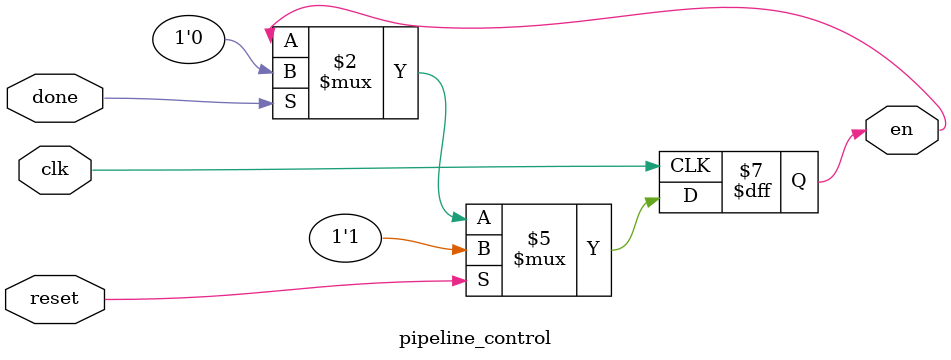
<source format=sv>
module pipeline_control (input logic clk,
								 input logic reset,
								 input logic done,
								 output logic en);
								 
	always_ff @(posedge clk) begin
		if (reset) en <= 1;
		else begin
			if (done) en <= 0;
		end
	end

endmodule

</source>
